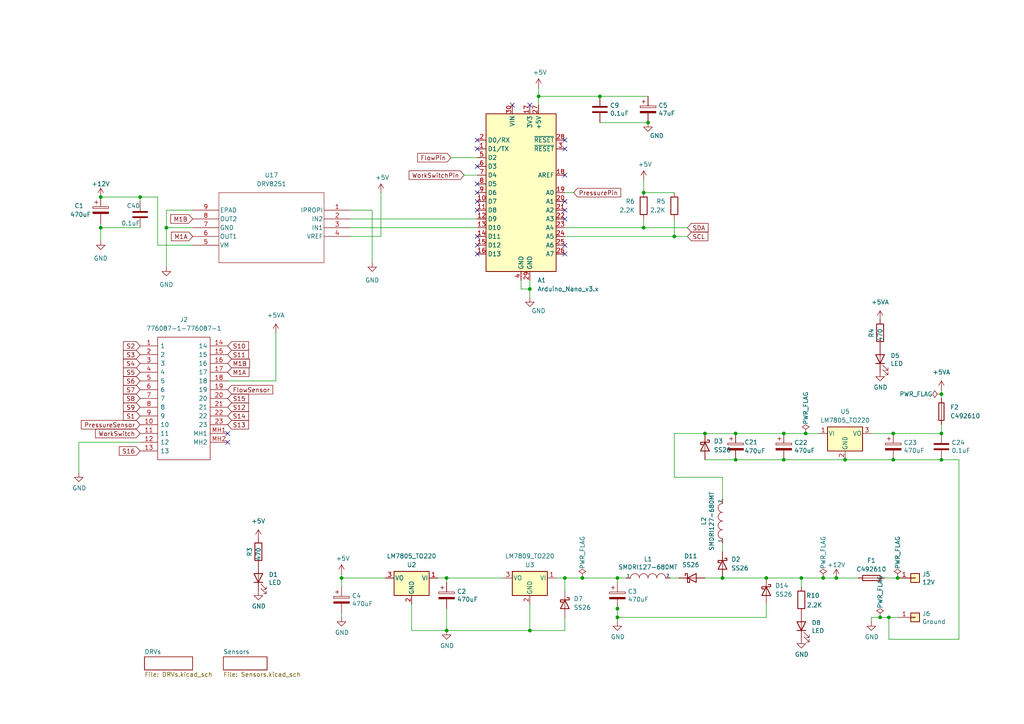
<source format=kicad_sch>
(kicad_sch (version 20231120) (generator "eeschema") (generator_version "8.0")
  (paper "A4")
  (title_block (title "NanoSprayLinear") (date "2024-11-05"))
  (lib_symbols
    (symbol "Diode:SS26" (pin_numbers hide) (pin_names (offset 1.016) hide)
      (property "Reference" "D" (at 0 2.54 0))
      (property "Value" "SS26" (at 0 -2.54 0))
      (symbol "SS26_0_1"
        (polyline (pts (xy 1.27 0) (xy -1.27 0)))
        (polyline (pts (xy 1.27 1.27) (xy 1.27 -1.27) (xy -1.27 0) (xy 1.27 1.27)) (stroke (width 0.254)))
        (polyline (pts (xy -1.905 0.635) (xy -1.905 1.27) (xy -1.27 1.27) (xy -1.27 -1.27) (xy -0.635 -1.27) (xy -0.635 -0.635)) (stroke (width 0.254)))
      )
      (symbol "SS26_1_1"
        (pin passive line (at -3.81 0 0) (length 2.54) (name "K") (number "1"))
        (pin passive line (at 3.81 0 180) (length 2.54) (name "A") (number "2"))
      )
    )
    (symbol "MCU_Module:Arduino_Nano_v3.x"
      (property "Reference" "A" (at -10.16 23.495 0))
      (property "Value" "Arduino_Nano_v3.x" (at 5.08 -24.13 0))
      (symbol "Arduino_Nano_v3.x_0_1"
        (rectangle (start -10.16 22.86) (end 10.16 -22.86) (stroke (width 0.254)) (fill (type background)))
      )
      (symbol "Arduino_Nano_v3.x_1_1"
        (pin bidirectional line (at -12.7 12.7 0) (length 2.54) (name "D1/TX") (number "1"))
        (pin bidirectional line (at -12.7 -2.54 0) (length 2.54) (name "D7") (number "10"))
        (pin bidirectional line (at -12.7 -5.08 0) (length 2.54) (name "D8") (number "11"))
        (pin bidirectional line (at -12.7 -7.62 0) (length 2.54) (name "D9") (number "12"))
        (pin bidirectional line (at -12.7 -10.16 0) (length 2.54) (name "D10") (number "13"))
        (pin bidirectional line (at -12.7 -12.7 0) (length 2.54) (name "D11") (number "14"))
        (pin bidirectional line (at -12.7 -15.24 0) (length 2.54) (name "D12") (number "15"))
        (pin bidirectional line (at -12.7 -17.78 0) (length 2.54) (name "D13") (number "16"))
        (pin power_out line (at 2.54 25.4 270) (length 2.54) (name "3V3") (number "17"))
        (pin input line (at 12.7 5.08 180) (length 2.54) (name "AREF") (number "18"))
        (pin bidirectional line (at 12.7 0 180) (length 2.54) (name "A0") (number "19"))
        (pin bidirectional line (at -12.7 15.24 0) (length 2.54) (name "D0/RX") (number "2"))
        (pin bidirectional line (at 12.7 -2.54 180) (length 2.54) (name "A1") (number "20"))
        (pin bidirectional line (at 12.7 -5.08 180) (length 2.54) (name "A2") (number "21"))
        (pin bidirectional line (at 12.7 -7.62 180) (length 2.54) (name "A3") (number "22"))
        (pin bidirectional line (at 12.7 -10.16 180) (length 2.54) (name "A4") (number "23"))
        (pin bidirectional line (at 12.7 -12.7 180) (length 2.54) (name "A5") (number "24"))
        (pin bidirectional line (at 12.7 -15.24 180) (length 2.54) (name "A6") (number "25"))
        (pin bidirectional line (at 12.7 -17.78 180) (length 2.54) (name "A7") (number "26"))
        (pin power_out line (at 5.08 25.4 270) (length 2.54) (name "+5V") (number "27"))
        (pin input line (at 12.7 15.24 180) (length 2.54) (name "~{RESET}") (number "28"))
        (pin power_in line (at 2.54 -25.4 90) (length 2.54) (name "GND") (number "29"))
        (pin input line (at 12.7 12.7 180) (length 2.54) (name "~{RESET}") (number "3"))
        (pin power_in line (at -2.54 25.4 270) (length 2.54) (name "VIN") (number "30"))
        (pin power_in line (at 0 -25.4 90) (length 2.54) (name "GND") (number "4"))
        (pin bidirectional line (at -12.7 10.16 0) (length 2.54) (name "D2") (number "5"))
        (pin bidirectional line (at -12.7 7.62 0) (length 2.54) (name "D3") (number "6"))
        (pin bidirectional line (at -12.7 5.08 0) (length 2.54) (name "D4") (number "7"))
        (pin bidirectional line (at -12.7 2.54 0) (length 2.54) (name "D5") (number "8"))
        (pin bidirectional line (at -12.7 0 0) (length 2.54) (name "D6") (number "9"))
      )
    )
    (symbol "RC17Symbols:776087-1-776087-1" (pin_names (offset 0.762))
      (property "Reference" "J" (at 21.59 7.62 0))
      (property "Value" "776087-1-776087-1" (at 21.59 5.08 0))
      (symbol "776087-1-776087-1_0_0"
        (pin passive line (at 0 0 0) (length 5.08) (name "1") (number "1"))
        (pin passive line (at 0 -22.86 0) (length 5.08) (name "10") (number "10"))
        (pin passive line (at 0 -25.4 0) (length 5.08) (name "11") (number "11"))
        (pin passive line (at 0 -27.94 0) (length 5.08) (name "12") (number "12"))
        (pin passive line (at 0 -30.48 0) (length 5.08) (name "13") (number "13"))
        (pin passive line (at 25.4 0 180) (length 5.08) (name "14") (number "14"))
        (pin passive line (at 25.4 -2.54 180) (length 5.08) (name "15") (number "15"))
        (pin passive line (at 25.4 -5.08 180) (length 5.08) (name "16") (number "16"))
        (pin passive line (at 25.4 -7.62 180) (length 5.08) (name "17") (number "17"))
        (pin passive line (at 25.4 -10.16 180) (length 5.08) (name "18") (number "18"))
        (pin passive line (at 25.4 -12.7 180) (length 5.08) (name "19") (number "19"))
        (pin passive line (at 0 -2.54 0) (length 5.08) (name "2") (number "2"))
        (pin passive line (at 25.4 -15.24 180) (length 5.08) (name "20") (number "20"))
        (pin passive line (at 25.4 -17.78 180) (length 5.08) (name "21") (number "21"))
        (pin passive line (at 25.4 -20.32 180) (length 5.08) (name "22") (number "22"))
        (pin passive line (at 25.4 -22.86 180) (length 5.08) (name "23") (number "23"))
        (pin passive line (at 0 -5.08 0) (length 5.08) (name "3") (number "3"))
        (pin passive line (at 0 -7.62 0) (length 5.08) (name "4") (number "4"))
        (pin passive line (at 0 -10.16 0) (length 5.08) (name "5") (number "5"))
        (pin passive line (at 0 -12.7 0) (length 5.08) (name "6") (number "6"))
        (pin passive line (at 0 -15.24 0) (length 5.08) (name "7") (number "7"))
        (pin passive line (at 0 -17.78 0) (length 5.08) (name "8") (number "8"))
        (pin passive line (at 0 -20.32 0) (length 5.08) (name "9") (number "9"))
        (pin passive line (at 25.4 -25.4 180) (length 5.08) (name "MH1") (number "MH1"))
        (pin passive line (at 25.4 -27.94 180) (length 5.08) (name "MH2") (number "MH2"))
      )
      (symbol "776087-1-776087-1_0_1"
        (polyline (pts (xy 5.08 2.54) (xy 20.32 2.54) (xy 20.32 -33.02) (xy 5.08 -33.02) (xy 5.08 2.54)) (stroke (width 0.1524)))
      )
    )
    (symbol "RC17Symbols:C" (pin_numbers hide) (pin_names (offset 0.254))
      (property "Reference" "C" (at 0.635 2.54 0))
      (property "Value" "C" (at 0.635 -2.54 0))
      (symbol "C_0_1"
        (polyline (pts (xy -2.032 -0.762) (xy 2.032 -0.762)) (stroke (width 0.508)))
        (polyline (pts (xy -2.032 0.762) (xy 2.032 0.762)) (stroke (width 0.508)))
      )
      (symbol "C_1_1"
        (pin passive line (at 0 3.81 270) (length 2.794) (name "~") (number "1"))
        (pin passive line (at 0 -3.81 90) (length 2.794) (name "~") (number "2"))
      )
    )
    (symbol "RC17Symbols:C_Polarized" (pin_numbers hide) (pin_names (offset 0.254))
      (property "Reference" "C" (at 0.635 2.54 0))
      (property "Value" "C_Polarized" (at 0.635 -2.54 0))
      (symbol "C_Polarized_0_1"
        (rectangle (start -2.286 0.508) (end 2.286 1.016))
        (polyline (pts (xy -1.778 2.286) (xy -0.762 2.286)))
        (polyline (pts (xy -1.27 2.794) (xy -1.27 1.778)))
        (rectangle (start 2.286 -0.508) (end -2.286 -1.016) (fill (type outline)))
      )
      (symbol "C_Polarized_1_1"
        (pin passive line (at 0 3.81 270) (length 2.794) (name "~") (number "1"))
        (pin passive line (at 0 -3.81 90) (length 2.794) (name "~") (number "2"))
      )
    )
    (symbol "RC17Symbols:Conn_01x01" (pin_names (offset 1.016) hide)
      (property "Reference" "J" (at 0 2.54 0))
      (property "Value" "Conn_01x01" (at 0 -2.54 0))
      (symbol "Conn_01x01_1_1"
        (rectangle (start -1.27 0.127) (end 0 -0.127) (stroke (width 0.1524)))
        (rectangle (start -1.27 1.27) (end 1.27 -1.27) (stroke (width 0.254)) (fill (type background)))
        (pin passive line (at -5.08 0 0) (length 3.81) (name "Pin_1") (number "1"))
      )
    )
    (symbol "RC17Symbols:DRV8251ADDAR" (pin_names (offset 0.254))
      (property "Reference" "U" (at 22.86 10.16 0))
      (property "Value" "DRV8251ADDAR" (at 22.86 7.62 0))
      (symbol "DRV8251ADDAR_0_1"
        (polyline (pts (xy 7.62 -15.24) (xy 38.1 -15.24)) (stroke (width 0.127)))
        (polyline (pts (xy 7.62 5.08) (xy 7.62 -15.24)) (stroke (width 0.127)))
        (polyline (pts (xy 38.1 -15.24) (xy 38.1 5.08)) (stroke (width 0.127)))
        (polyline (pts (xy 38.1 5.08) (xy 7.62 5.08)) (stroke (width 0.127)))
        (pin passive line (at 0 0 0) (length 7.62) (name "IPROPI") (number "1"))
        (pin passive line (at 0 -2.54 0) (length 7.62) (name "IN2") (number "2"))
        (pin passive line (at 0 -5.08 0) (length 7.62) (name "IN1") (number "3"))
        (pin passive line (at 0 -7.62 0) (length 7.62) (name "VREF") (number "4"))
        (pin passive line (at 45.72 -10.16 180) (length 7.62) (name "VM") (number "5"))
        (pin passive line (at 45.72 -7.62 180) (length 7.62) (name "OUT1") (number "6"))
        (pin passive line (at 45.72 -5.08 180) (length 7.62) (name "GND") (number "7"))
        (pin passive line (at 45.72 -2.54 180) (length 7.62) (name "OUT2") (number "8"))
        (pin passive line (at 45.72 0 180) (length 7.62) (name "EPAD") (number "9"))
      )
    )
    (symbol "RC17Symbols:Fuse" (pin_numbers hide) (pin_names (offset 0))
      (property "Reference" "F" (at 2.032 0 90))
      (property "Value" "Fuse" (at -1.905 0 90))
      (symbol "Fuse_0_1"
        (rectangle (start -0.762 -2.54) (end 0.762 2.54) (stroke (width 0.254)))
        (polyline (pts (xy 0 2.54) (xy 0 -2.54)))
      )
      (symbol "Fuse_1_1"
        (pin passive line (at 0 3.81 270) (length 1.27) (name "~") (number "1"))
        (pin passive line (at 0 -3.81 90) (length 1.27) (name "~") (number "2"))
      )
    )
    (symbol "RC17Symbols:INDUCTOR" (pin_numbers hide) (pin_names (offset 0))
      (property "Reference" "L1" (at 0 5.461 0))
      (property "Value" "SMDRI127-330MT" (at 0 3.1496 0))
      (symbol "INDUCTOR_0_1"
        (arc (start -2.54 0) (mid -3.81 1.2645) (end -5.08 0))
        (arc (start 0 0) (mid -1.27 1.2645) (end -2.54 0))
        (arc (start 2.54 0) (mid 1.27 1.2645) (end 0 0))
        (arc (start 5.08 0) (mid 3.81 1.2645) (end 2.54 0))
      )
      (symbol "INDUCTOR_1_1"
        (pin input line (at -6.35 0 0) (length 1.27) (name "1") (number "1"))
        (pin input line (at 6.35 0 180) (length 1.27) (name "2") (number "2"))
      )
    )
    (symbol "RC17Symbols:LED" (pin_numbers hide) (pin_names (offset 1.016) hide)
      (property "Reference" "D" (at 0 2.54 0))
      (property "Value" "LED" (at 0 -2.54 0))
      (symbol "LED_0_1"
        (polyline (pts (xy -1.27 -1.27) (xy -1.27 1.27)) (stroke (width 0.254)))
        (polyline (pts (xy -1.27 0) (xy 1.27 0)))
        (polyline (pts (xy 1.27 -1.27) (xy 1.27 1.27) (xy -1.27 0) (xy 1.27 -1.27)) (stroke (width 0.254)))
        (polyline (pts (xy -3.048 -0.762) (xy -4.572 -2.286) (xy -3.81 -2.286) (xy -4.572 -2.286) (xy -4.572 -1.524)))
        (polyline (pts (xy -1.778 -0.762) (xy -3.302 -2.286) (xy -2.54 -2.286) (xy -3.302 -2.286) (xy -3.302 -1.524)))
      )
      (symbol "LED_1_1"
        (pin passive line (at -3.81 0 0) (length 2.54) (name "K") (number "1"))
        (pin passive line (at 3.81 0 180) (length 2.54) (name "A") (number "2"))
      )
    )
    (symbol "RC17Symbols:LM7805_TO220" (pin_names (offset 0.254))
      (property "Reference" "U" (at -3.81 3.175 0))
      (property "Value" "LM7805_TO220" (at 0 3.175 0))
      (symbol "LM7805_TO220_0_1"
        (rectangle (start -5.08 1.905) (end 5.08 -5.08) (stroke (width 0.254)) (fill (type background)))
      )
      (symbol "LM7805_TO220_1_1"
        (pin power_in line (at -7.62 0 0) (length 2.54) (name "VI") (number "1"))
        (pin power_in line (at 0 -7.62 90) (length 2.54) (name "GND") (number "2"))
        (pin power_out line (at 7.62 0 180) (length 2.54) (name "VO") (number "3"))
      )
    )
    (symbol "RC17Symbols:R" (pin_numbers hide) (pin_names (offset 0))
      (property "Reference" "R" (at 2.032 0 90))
      (property "Value" "R" (at 0 0 90))
      (symbol "R_0_1"
        (rectangle (start -1.016 -2.54) (end 1.016 2.54) (stroke (width 0.254)))
      )
      (symbol "R_1_1"
        (pin passive line (at 0 3.81 270) (length 1.27) (name "~") (number "1"))
        (pin passive line (at 0 -3.81 90) (length 1.27) (name "~") (number "2"))
      )
    )
    (symbol "Regulator_Linear:LM7809_TO220" (pin_names (offset 0.254))
      (property "Reference" "U" (at -3.81 3.175 0))
      (property "Value" "LM7809_TO220" (at 0 3.175 0))
      (symbol "LM7809_TO220_0_1"
        (rectangle (start -5.08 1.905) (end 5.08 -5.08) (stroke (width 0.254)) (fill (type background)))
      )
      (symbol "LM7809_TO220_1_1"
        (pin power_in line (at -7.62 0 0) (length 2.54) (name "VI") (number "1"))
        (pin power_in line (at 0 -7.62 90) (length 2.54) (name "GND") (number "2"))
        (pin power_out line (at 7.62 0 180) (length 2.54) (name "VO") (number "3"))
      )
    )
    (symbol "power:+12V" (power) (pin_numbers hide) (pin_names (offset 0) hide)
      (property "Value" "+12V" (at 0 3.556 0))
      (symbol "+12V_0_1"
        (polyline (pts (xy -0.762 1.27) (xy 0 2.54)))
        (polyline (pts (xy 0 0) (xy 0 2.54)))
        (polyline (pts (xy 0 2.54) (xy 0.762 1.27)))
      )
      (symbol "+12V_1_1"
        (pin power_in line (at 0 0 90) (length 0) (name "~") (number "1"))
      )
    )
    (symbol "power:+5V" (power) (pin_numbers hide) (pin_names (offset 0) hide)
      (property "Value" "+5V" (at 0 3.556 0))
      (symbol "+5V_0_1"
        (polyline (pts (xy -0.762 1.27) (xy 0 2.54)))
        (polyline (pts (xy 0 0) (xy 0 2.54)))
        (polyline (pts (xy 0 2.54) (xy 0.762 1.27)))
      )
      (symbol "+5V_1_1"
        (pin power_in line (at 0 0 90) (length 0) (name "~") (number "1"))
      )
    )
    (symbol "power:+5VA" (power) (pin_numbers hide) (pin_names (offset 0) hide)
      (property "Value" "+5VA" (at 0 3.556 0))
      (symbol "+5VA_0_1"
        (polyline (pts (xy -0.762 1.27) (xy 0 2.54)))
        (polyline (pts (xy 0 0) (xy 0 2.54)))
        (polyline (pts (xy 0 2.54) (xy 0.762 1.27)))
      )
      (symbol "+5VA_1_1"
        (pin power_in line (at 0 0 90) (length 0) (name "~") (number "1"))
      )
    )
    (symbol "power:GND" (power) (pin_numbers hide) (pin_names (offset 0) hide)
      (property "Value" "GND" (at 0 -3.81 0))
      (symbol "GND_0_1"
        (polyline (pts (xy 0 0) (xy 0 -1.27) (xy 1.27 -1.27) (xy 0 -2.54) (xy -1.27 -1.27) (xy 0 -1.27)))
      )
      (symbol "GND_1_1"
        (pin power_in line (at 0 0 270) (length 0) (name "~") (number "1"))
      )
    )
    (symbol "power:PWR_FLAG" (power) (pin_numbers hide) (pin_names (offset 0) hide)
      (property "Value" "PWR_FLAG" (at 0 3.81 0))
      (symbol "PWR_FLAG_0_0"
        (pin power_out line (at 0 0 90) (length 0) (name "~") (number "1"))
      )
      (symbol "PWR_FLAG_0_1"
        (polyline (pts (xy 0 0) (xy 0 1.27) (xy -1.016 1.905) (xy 0 2.54) (xy 1.016 1.905) (xy 0 1.27)))
      )
    )
  )
  (junction (at 29.21 57.15))
  (junction (at 168.91 167.64))
  (junction (at 99.06 167.64))
  (junction (at 179.07 167.64))
  (junction (at 209.55 167.64))
  (junction (at 213.36 133.35))
  (junction (at 227.33 125.73))
  (junction (at 259.08 133.35))
  (junction (at 273.05 133.35))
  (junction (at 179.07 179.07))
  (junction (at 255.27 179.07))
  (junction (at 245.11 133.35))
  (junction (at 233.68 125.73))
  (junction (at 273.05 114.3))
  (junction (at 156.21 27.94))
  (junction (at 48.26 66.04))
  (junction (at 129.54 167.64))
  (junction (at 179.07 176.53))
  (junction (at 173.99 27.94))
  (junction (at 186.69 66.04))
  (junction (at 273.05 125.73))
  (junction (at 213.36 125.73))
  (junction (at 204.47 125.73))
  (junction (at 153.67 182.88))
  (junction (at 257.81 179.07))
  (junction (at 187.96 35.56))
  (junction (at 242.57 167.64))
  (junction (at 195.58 68.58))
  (junction (at 227.33 133.35))
  (junction (at 163.83 167.64))
  (junction (at 129.54 182.88))
  (junction (at 259.08 125.73))
  (junction (at 238.76 167.64))
  (junction (at 232.41 167.64))
  (junction (at 260.35 167.64))
  (junction (at 186.69 55.88))
  (junction (at 29.21 66.04))
  (junction (at 153.67 83.82))
  (junction (at 222.25 167.64))
  (junction (at 40.64 57.15))
  (no_connect (at 163.83 73.66))
  (no_connect (at 163.83 40.64))
  (no_connect (at 148.59 30.48))
  (no_connect (at 66.04 128.27))
  (no_connect (at 163.83 60.96))
  (no_connect (at 138.43 58.42))
  (no_connect (at 138.43 73.66))
  (no_connect (at 153.67 30.48))
  (no_connect (at 163.83 71.12))
  (no_connect (at 138.43 48.26))
  (no_connect (at 138.43 43.18))
  (no_connect (at 138.43 55.88))
  (no_connect (at 138.43 40.64))
  (no_connect (at 138.43 68.58))
  (no_connect (at 138.43 71.12))
  (no_connect (at 163.83 63.5))
  (no_connect (at 163.83 43.18))
  (no_connect (at 163.83 58.42))
  (no_connect (at 138.43 53.34))
  (no_connect (at 163.83 50.8))
  (no_connect (at 138.43 60.96))
  (no_connect (at 66.04 125.73))
  (wire (pts (xy 107.95 60.96) (xy 107.95 76.2)))
  (wire (pts (xy 213.36 125.73) (xy 227.33 125.73)))
  (wire (pts (xy 238.76 167.64) (xy 242.57 167.64)))
  (wire (pts (xy 134.62 50.8) (xy 138.43 50.8)))
  (wire (pts (xy 179.07 175.26) (xy 179.07 176.53)))
  (wire (pts (xy 153.67 81.28) (xy 153.67 83.82)))
  (wire (pts (xy 163.83 167.64) (xy 163.83 171.45)))
  (wire (pts (xy 186.69 63.5) (xy 186.69 66.04)))
  (wire (pts (xy 156.21 27.94) (xy 156.21 30.48)))
  (wire (pts (xy 163.83 179.07) (xy 163.83 182.88)))
  (wire (pts (xy 195.58 55.88) (xy 186.69 55.88)))
  (wire (pts (xy 80.01 110.49) (xy 80.01 96.52)))
  (wire (pts (xy 151.13 81.28) (xy 151.13 83.82)))
  (wire (pts (xy 195.58 125.73) (xy 204.47 125.73)))
  (wire (pts (xy 161.29 167.64) (xy 163.83 167.64)))
  (wire (pts (xy 204.47 133.35) (xy 213.36 133.35)))
  (wire (pts (xy 119.38 175.26) (xy 119.38 182.88)))
  (wire (pts (xy 40.64 57.15) (xy 45.72 57.15)))
  (wire (pts (xy 129.54 167.64) (xy 129.54 168.91)))
  (wire (pts (xy 222.25 175.26) (xy 222.25 179.07)))
  (wire (pts (xy 163.83 55.88) (xy 166.37 55.88)))
  (wire (pts (xy 273.05 133.35) (xy 278.13 133.35)))
  (wire (pts (xy 195.58 68.58) (xy 163.83 68.58)))
  (wire (pts (xy 129.54 167.64) (xy 146.05 167.64)))
  (wire (pts (xy 273.05 114.3) (xy 273.05 115.57)))
  (wire (pts (xy 153.67 83.82) (xy 153.67 86.36)))
  (wire (pts (xy 101.6 60.96) (xy 107.95 60.96)))
  (wire (pts (xy 101.6 66.04) (xy 138.43 66.04)))
  (wire (pts (xy 29.21 57.15) (xy 40.64 57.15)))
  (wire (pts (xy 260.35 179.07) (xy 257.81 179.07)))
  (wire (pts (xy 45.72 57.15) (xy 45.72 71.12)))
  (wire (pts (xy 99.06 167.64) (xy 111.76 167.64)))
  (wire (pts (xy 195.58 63.5) (xy 195.58 68.58)))
  (wire (pts (xy 48.26 60.96) (xy 48.26 66.04)))
  (wire (pts (xy 232.41 167.64) (xy 232.41 170.18)))
  (wire (pts (xy 257.81 179.07) (xy 255.27 179.07)))
  (wire (pts (xy 99.06 177.8) (xy 99.06 179.07)))
  (wire (pts (xy 199.39 68.58) (xy 195.58 68.58)))
  (wire (pts (xy 259.08 125.73) (xy 273.05 125.73)))
  (wire (pts (xy 151.13 83.82) (xy 153.67 83.82)))
  (wire (pts (xy 130.81 45.72) (xy 138.43 45.72)))
  (wire (pts (xy 29.21 69.85) (xy 29.21 66.04)))
  (wire (pts (xy 222.25 179.07) (xy 179.07 179.07)))
  (wire (pts (xy 227.33 125.73) (xy 233.68 125.73)))
  (wire (pts (xy 252.73 125.73) (xy 259.08 125.73)))
  (wire (pts (xy 66.04 110.49) (xy 80.01 110.49)))
  (wire (pts (xy 127 167.64) (xy 129.54 167.64)))
  (wire (pts (xy 40.64 57.15) (xy 40.64 58.42)))
  (wire (pts (xy 101.6 68.58) (xy 110.49 68.58)))
  (wire (pts (xy 194.31 167.64) (xy 196.85 167.64)))
  (wire (pts (xy 222.25 167.64) (xy 232.41 167.64)))
  (wire (pts (xy 153.67 182.88) (xy 163.83 182.88)))
  (wire (pts (xy 278.13 133.35) (xy 278.13 185.42)))
  (wire (pts (xy 186.69 66.04) (xy 163.83 66.04)))
  (wire (pts (xy 110.49 68.58) (xy 110.49 55.88)))
  (wire (pts (xy 129.54 182.88) (xy 153.67 182.88)))
  (wire (pts (xy 186.69 52.07) (xy 186.69 55.88)))
  (wire (pts (xy 129.54 176.53) (xy 129.54 182.88)))
  (wire (pts (xy 179.07 176.53) (xy 179.07 179.07)))
  (wire (pts (xy 204.47 125.73) (xy 213.36 125.73)))
  (wire (pts (xy 99.06 167.64) (xy 99.06 170.18)))
  (wire (pts (xy 101.6 63.5) (xy 138.43 63.5)))
  (wire (pts (xy 55.88 60.96) (xy 48.26 60.96)))
  (wire (pts (xy 233.68 125.73) (xy 237.49 125.73)))
  (wire (pts (xy 227.33 133.35) (xy 245.11 133.35)))
  (wire (pts (xy 232.41 167.64) (xy 238.76 167.64)))
  (wire (pts (xy 55.88 71.12) (xy 45.72 71.12)))
  (wire (pts (xy 257.81 185.42) (xy 278.13 185.42)))
  (wire (pts (xy 273.05 113.03) (xy 273.05 114.3)))
  (wire (pts (xy 156.21 27.94) (xy 173.99 27.94)))
  (wire (pts (xy 259.08 133.35) (xy 273.05 133.35)))
  (wire (pts (xy 156.21 25.4) (xy 156.21 27.94)))
  (wire (pts (xy 173.99 27.94) (xy 187.96 27.94)))
  (wire (pts (xy 273.05 123.19) (xy 273.05 125.73)))
  (wire (pts (xy 40.64 66.04) (xy 29.21 66.04)))
  (wire (pts (xy 153.67 175.26) (xy 153.67 182.88)))
  (wire (pts (xy 209.55 167.64) (xy 222.25 167.64)))
  (wire (pts (xy 55.88 66.04) (xy 48.26 66.04)))
  (wire (pts (xy 257.81 179.07) (xy 257.81 185.42)))
  (wire (pts (xy 252.73 179.07) (xy 252.73 180.34)))
  (wire (pts (xy 173.99 35.56) (xy 187.96 35.56)))
  (wire (pts (xy 168.91 167.64) (xy 179.07 167.64)))
  (wire (pts (xy 29.21 66.04) (xy 29.21 64.77)))
  (wire (pts (xy 195.58 138.43) (xy 195.58 125.73)))
  (wire (pts (xy 242.57 167.64) (xy 248.92 167.64)))
  (wire (pts (xy 209.55 157.48) (xy 209.55 160.02)))
  (wire (pts (xy 245.11 133.35) (xy 259.08 133.35)))
  (wire (pts (xy 22.86 128.27) (xy 22.86 137.16)))
  (wire (pts (xy 119.38 182.88) (xy 129.54 182.88)))
  (wire (pts (xy 48.26 66.04) (xy 48.26 77.47)))
  (wire (pts (xy 256.54 167.64) (xy 260.35 167.64)))
  (wire (pts (xy 199.39 66.04) (xy 186.69 66.04)))
  (wire (pts (xy 204.47 167.64) (xy 209.55 167.64)))
  (wire (pts (xy 99.06 167.64) (xy 99.06 166.37)))
  (wire (pts (xy 163.83 167.64) (xy 168.91 167.64)))
  (wire (pts (xy 40.64 128.27) (xy 22.86 128.27)))
  (wire (pts (xy 255.27 179.07) (xy 252.73 179.07)))
  (wire (pts (xy 179.07 167.64) (xy 179.07 168.91)))
  (wire (pts (xy 209.55 144.78) (xy 209.55 138.43)))
  (wire (pts (xy 213.36 133.35) (xy 227.33 133.35)))
  (wire (pts (xy 209.55 138.43) (xy 195.58 138.43)))
  (wire (pts (xy 179.07 179.07) (xy 179.07 180.34)))
  (wire (pts (xy 179.07 167.64) (xy 181.61 167.64)))
  (global_label "PressurePin" (shape input) (at 166.37 55.88 0) (property "Intersheetrefs" "${INTERSHEET_REFS}" (effects (hide yes))))
  (global_label "FlowPin" (shape input) (at 130.81 45.72 180) (property "Intersheetrefs" "${INTERSHEET_REFS}" (effects (hide yes))))
  (global_label "S2" (shape input) (at 40.64 100.33 180) (property "Intersheetrefs" "${INTERSHEET_REFS}" (effects (hide yes))))
  (global_label "S15" (shape input) (at 66.04 115.57 0) (property "Intersheetrefs" "${INTERSHEET_REFS}" (effects (hide yes))))
  (global_label "S1" (shape input) (at 40.64 120.65 180) (property "Intersheetrefs" "${INTERSHEET_REFS}" (effects (hide yes))))
  (global_label "WorkSwitch" (shape input) (at 40.64 125.73 180) (property "Intersheetrefs" "${INTERSHEET_REFS}" (effects (hide yes))))
  (global_label "S11" (shape input) (at 66.04 102.87 0) (property "Intersheetrefs" "${INTERSHEET_REFS}" (effects (hide yes))))
  (global_label "SDA" (shape input) (at 199.39 66.04 0) (property "Intersheetrefs" "${INTERSHEET_REFS}" (effects (hide yes))))
  (global_label "S12" (shape input) (at 66.04 118.11 0) (property "Intersheetrefs" "${INTERSHEET_REFS}" (effects (hide yes))))
  (global_label "S13" (shape input) (at 66.04 123.19 0) (property "Intersheetrefs" "${INTERSHEET_REFS}" (effects (hide yes))))
  (global_label "M1B" (shape input) (at 55.88 63.5 180) (property "Intersheetrefs" "${INTERSHEET_REFS}" (effects (hide yes))))
  (global_label "S8" (shape input) (at 40.64 115.57 180) (property "Intersheetrefs" "${INTERSHEET_REFS}" (effects (hide yes))))
  (global_label "S10" (shape input) (at 66.04 100.33 0) (property "Intersheetrefs" "${INTERSHEET_REFS}" (effects (hide yes))))
  (global_label "S14" (shape input) (at 66.04 120.65 0) (property "Intersheetrefs" "${INTERSHEET_REFS}" (effects (hide yes))))
  (global_label "FlowSensor" (shape input) (at 66.04 113.03 0) (property "Intersheetrefs" "${INTERSHEET_REFS}" (effects (hide yes))))
  (global_label "WorkSwitchPin" (shape input) (at 134.62 50.8 180) (property "Intersheetrefs" "${INTERSHEET_REFS}" (effects (hide yes))))
  (global_label "S16" (shape input) (at 40.64 130.81 180) (property "Intersheetrefs" "${INTERSHEET_REFS}" (effects (hide yes))))
  (global_label "S9" (shape input) (at 40.64 118.11 180) (property "Intersheetrefs" "${INTERSHEET_REFS}" (effects (hide yes))))
  (global_label "S4" (shape input) (at 40.64 105.41 180) (property "Intersheetrefs" "${INTERSHEET_REFS}" (effects (hide yes))))
  (global_label "S6" (shape input) (at 40.64 110.49 180) (property "Intersheetrefs" "${INTERSHEET_REFS}" (effects (hide yes))))
  (global_label "SCL" (shape input) (at 199.39 68.58 0) (property "Intersheetrefs" "${INTERSHEET_REFS}" (effects (hide yes))))
  (global_label "S3" (shape input) (at 40.64 102.87 180) (property "Intersheetrefs" "${INTERSHEET_REFS}" (effects (hide yes))))
  (global_label "PressureSensor" (shape input) (at 40.64 123.19 180) (property "Intersheetrefs" "${INTERSHEET_REFS}" (effects (hide yes))))
  (global_label "S7" (shape input) (at 40.64 113.03 180) (property "Intersheetrefs" "${INTERSHEET_REFS}" (effects (hide yes))))
  (global_label "S5" (shape input) (at 40.64 107.95 180) (property "Intersheetrefs" "${INTERSHEET_REFS}" (effects (hide yes))))
  (global_label "M1A" (shape input) (at 66.04 107.95 0) (property "Intersheetrefs" "${INTERSHEET_REFS}" (effects (hide yes))))
  (global_label "M1A" (shape input) (at 55.88 68.58 180) (property "Intersheetrefs" "${INTERSHEET_REFS}" (effects (hide yes))))
  (global_label "M1B" (shape input) (at 66.04 105.41 0) (property "Intersheetrefs" "${INTERSHEET_REFS}" (effects (hide yes))))
  (symbol (lib_id "power:GND") (at 129.54 182.88 0) (unit 1)
    (property "Reference" "#PWR027" (effects (hide yes)))
    (property "Value" "GND" (at 129.667 187.2742 0))
    (property "Description" "Power symbol creates a global label with name \"GND\" , ground" (effects (hide yes)))
  )
  (symbol (lib_id "Diode:SS26") (at 204.47 129.54 270) (unit 1)
    (property "Reference" "D3" (at 207.01 127.9524 90) (effects (justify left)))
    (property "Value" "SS26" (at 207.01 130.4924 90) (effects (justify left)))
    (property "Footprint" "Diode_SMD:D_SMA" (effects (hide yes)))
    (property "Datasheet" "https://www.vishay.com/docs/88748/ss22.pdf" (effects (hide yes)))
    (property "Description" "60V 2A Schottky Diode, SMA" (effects (hide yes)))
  )
  (symbol (lib_id "Regulator_Linear:LM7809_TO220") (at 153.67 167.64 0) (mirror y) (unit 1)
    (property "Reference" "U3" (at 153.67 163.83 0))
    (property "Value" "LM7809_TO220" (at 153.67 161.29 0))
    (property "Footprint" "Package_TO_SOT_THT:TO-220-3_Vertical" (effects (hide yes)))
    (property "Datasheet" "https://www.onsemi.cn/PowerSolutions/document/MC7800-D.PDF" (effects (hide yes)))
    (property "Description" "Positive 1A 35V Linear Regulator, Fixed Output 9V, TO-220" (effects (hide yes)))
  )
  (symbol (lib_id "power:PWR_FLAG") (at 233.68 125.73 0) (unit 1)
    (property "Reference" "#FLG02" (effects (hide yes)))
    (property "Value" "PWR_FLAG" (at 233.68 123.19 90) (effects (justify left)))
    (property "Description" "Special symbol for telling ERC where power comes from" (effects (hide yes)))
  )
  (symbol (lib_id "RC17Symbols:C_Polarized") (at 129.54 172.72 0) (unit 1)
    (property "Reference" "C2" (at 132.5372 171.5516 0) (effects (justify left)))
    (property "Value" "470uF" (at 132.5372 173.863 0) (effects (justify left)))
    (property "Footprint" "Capacitor_SMD:CP_Elec_10x10.5" (effects (hide yes)))
  )
  (symbol (lib_id "power:PWR_FLAG") (at 255.27 179.07 0) (unit 1)
    (property "Reference" "#FLG05" (effects (hide yes)))
    (property "Value" "PWR_FLAG" (at 255.27 176.53 90) (effects (justify left)))
    (property "Description" "Special symbol for telling ERC where power comes from" (effects (hide yes)))
  )
  (symbol (lib_id "RC17Symbols:R") (at 255.27 96.52 180) (unit 1)
    (property "Reference" "R4" (at 252.73 95.25 90) (effects (justify left)))
    (property "Value" "470" (at 255.27 95.25 90) (effects (justify left)))
    (property "Footprint" "Resistor_SMD:R_0603_1608Metric" (effects (hide yes)))
  )
  (symbol (lib_id "power:GND") (at 48.26 77.47 0) (mirror y) (unit 1)
    (property "Reference" "#PWR094" (effects (hide yes)))
    (property "Value" "GND" (at 48.26 82.55 0))
    (property "Description" "Power symbol creates a global label with name \"GND\" , ground" (effects (hide yes)))
  )
  (symbol (lib_id "RC17Symbols:Fuse") (at 273.05 119.38 0) (unit 1)
    (property "Reference" "F2" (at 275.59 118.11 0) (effects (justify left)))
    (property "Value" "C492610" (at 275.59 120.65 0) (effects (justify left)))
    (property "Footprint" "RC17Footprints:Fuse_Holder_C492610" (effects (hide yes)))
  )
  (symbol (lib_id "RC17Symbols:R") (at 186.69 59.69 0) (mirror y) (unit 1)
    (property "Reference" "R6" (at 184.15 58.4199 0) (effects (justify left)))
    (property "Value" "2.2K" (at 184.15 60.9599 0) (effects (justify left)))
    (property "Footprint" "Resistor_SMD:R_0603_1608Metric" (effects (hide yes)))
  )
  (symbol (lib_id "Diode:SS26") (at 222.25 171.45 270) (unit 1)
    (property "Reference" "D14" (at 224.79 169.8624 90) (effects (justify left)))
    (property "Value" "SS26" (at 224.79 172.4024 90) (effects (justify left)))
    (property "Footprint" "Diode_SMD:D_SMA" (effects (hide yes)))
    (property "Datasheet" "https://www.vishay.com/docs/88748/ss22.pdf" (effects (hide yes)))
    (property "Description" "60V 2A Schottky Diode, SMA" (effects (hide yes)))
  )
  (symbol (lib_id "RC17Symbols:R") (at 195.58 59.69 0) (mirror y) (unit 1)
    (property "Reference" "R5" (at 193.04 58.4199 0) (effects (justify left)))
    (property "Value" "2.2K" (at 193.04 60.9599 0) (effects (justify left)))
    (property "Footprint" "Resistor_SMD:R_0603_1608Metric" (effects (hide yes)))
  )
  (symbol (lib_id "power:+12V") (at 29.21 57.15 0) (mirror y) (unit 1)
    (property "Reference" "#PWR095" (effects (hide yes)))
    (property "Value" "+12V" (at 29.21 53.34 0))
    (property "Description" "Power symbol creates a global label with name \"+12V\"" (effects (hide yes)))
  )
  (symbol (lib_id "power:GND") (at 252.73 180.34 0) (unit 1)
    (property "Reference" "#PWR022" (effects (hide yes)))
    (property "Value" "GND" (at 252.857 184.7342 0))
    (property "Description" "Power symbol creates a global label with name \"GND\" , ground" (effects (hide yes)))
  )
  (symbol (lib_id "RC17Symbols:C") (at 40.64 62.23 0) (mirror y) (unit 1)
    (property "Reference" "C40" (at 40.64 59.69 0) (effects (justify left)))
    (property "Value" "0.1uF" (at 40.64 64.77 0) (effects (justify left)))
    (property "Footprint" "Capacitor_SMD:C_0603_1608Metric" (effects (hide yes)))
  )
  (symbol (lib_id "power:PWR_FLAG") (at 260.35 167.64 0) (unit 1)
    (property "Reference" "#FLG03" (effects (hide yes)))
    (property "Value" "PWR_FLAG" (at 260.35 165.1 90) (effects (justify left)))
    (property "Description" "Special symbol for telling ERC where power comes from" (effects (hide yes)))
  )
  (symbol (lib_id "power:+5VA") (at 255.27 92.71 0) (unit 1)
    (property "Reference" "#PWR020" (effects (hide yes)))
    (property "Value" "+5VA" (at 255.27 87.63 0))
    (property "Description" "Power symbol creates a global label with name \"+5VA\"" (effects (hide yes)))
  )
  (symbol (lib_id "RC17Symbols:Fuse") (at 252.73 167.64 90) (unit 1)
    (property "Reference" "F1" (at 252.73 162.56 90))
    (property "Value" "C492610" (at 252.73 165.1 90))
    (property "Footprint" "RC17Footprints:Fuse_Holder_C492610" (effects (hide yes)))
  )
  (symbol (lib_id "RC17Symbols:DRV8251ADDAR") (at 101.6 60.96 0) (mirror y) (unit 1)
    (property "Reference" "U17" (at 78.74 50.8 0))
    (property "Value" "DRV8251" (at 78.74 53.34 0))
    (property "Footprint" "RC17Footprints:DRV8251ADDR" (effects (hide yes)))
    (property "Datasheet" "DRV8251ADDAR" (effects (hide yes)))
  )
  (symbol (lib_id "power:PWR_FLAG") (at 238.76 167.64 0) (unit 1)
    (property "Reference" "#FLG01" (effects (hide yes)))
    (property "Value" "PWR_FLAG" (at 238.76 165.1 90) (effects (justify left)))
    (property "Description" "Special symbol for telling ERC where power comes from" (effects (hide yes)))
  )
  (symbol (lib_id "power:GND") (at 179.07 180.34 0) (unit 1)
    (property "Reference" "#PWR033" (effects (hide yes)))
    (property "Value" "GND" (at 179.197 184.7342 0))
    (property "Description" "Power symbol creates a global label with name \"GND\" , ground" (effects (hide yes)))
  )
  (symbol (lib_id "Diode:SS26") (at 163.83 175.26 270) (unit 1)
    (property "Reference" "D7" (at 166.37 173.6724 90) (effects (justify left)))
    (property "Value" "SS26" (at 166.37 176.2124 90) (effects (justify left)))
    (property "Footprint" "Diode_SMD:D_SMA" (effects (hide yes)))
    (property "Datasheet" "https://www.vishay.com/docs/88748/ss22.pdf" (effects (hide yes)))
    (property "Description" "60V 2A Schottky Diode, SMA" (effects (hide yes)))
  )
  (symbol (lib_id "power:+5VA") (at 80.01 96.52 0) (unit 1)
    (property "Reference" "#PWR012" (effects (hide yes)))
    (property "Value" "+5VA" (at 80.01 91.44 0))
    (property "Description" "Power symbol creates a global label with name \"+5VA\"" (effects (hide yes)))
  )
  (symbol (lib_id "Diode:SS26") (at 209.55 163.83 270) (unit 1)
    (property "Reference" "D2" (at 212.09 162.2424 90) (effects (justify left)))
    (property "Value" "SS26" (at 212.09 164.7824 90) (effects (justify left)))
    (property "Footprint" "Diode_SMD:D_SMA" (effects (hide yes)))
    (property "Datasheet" "https://www.vishay.com/docs/88748/ss22.pdf" (effects (hide yes)))
    (property "Description" "60V 2A Schottky Diode, SMA" (effects (hide yes)))
  )
  (symbol (lib_id "power:+5V") (at 156.21 25.4 0) (unit 1)
    (property "Reference" "#PWR03" (effects (hide yes)))
    (property "Value" "+5V" (at 156.591 21.0058 0))
    (property "Description" "Power symbol creates a global label with name \"+5V\"" (effects (hide yes)))
  )
  (symbol (lib_id "power:GND") (at 255.27 107.95 0) (unit 1)
    (property "Reference" "#PWR024" (effects (hide yes)))
    (property "Value" "GND" (at 255.397 112.3442 0))
    (property "Description" "Power symbol creates a global label with name \"GND\" , ground" (effects (hide yes)))
  )
  (symbol (lib_id "RC17Symbols:LED") (at 74.93 167.64 90) (unit 1)
    (property "Reference" "D1" (at 77.9272 166.6494 90) (effects (justify right)))
    (property "Value" "LED" (at 77.9272 168.9608 90) (effects (justify right)))
    (property "Footprint" "LED_SMD:LED_0603_1608Metric" (effects (hide yes)))
  )
  (symbol (lib_id "RC17Symbols:C_Polarized") (at 227.33 129.54 0) (unit 1)
    (property "Reference" "C22" (at 230.3272 128.3716 0) (effects (justify left)))
    (property "Value" "470uF" (at 230.3272 130.683 0) (effects (justify left)))
    (property "Footprint" "Capacitor_SMD:CP_Elec_10x10.5" (effects (hide yes)))
  )
  (symbol (lib_id "power:GND") (at 232.41 185.42 0) (unit 1)
    (property "Reference" "#PWR038" (effects (hide yes)))
    (property "Value" "GND" (at 232.537 189.8142 0))
    (property "Description" "Power symbol creates a global label with name \"GND\" , ground" (effects (hide yes)))
  )
  (symbol (lib_id "power:GND") (at 22.86 137.16 0) (unit 1)
    (property "Reference" "#PWR015" (effects (hide yes)))
    (property "Value" "GND" (at 22.987 141.5542 0))
    (property "Description" "Power symbol creates a global label with name \"GND\" , ground" (effects (hide yes)))
  )
  (symbol (lib_id "power:+5V") (at 74.93 156.21 0) (unit 1)
    (property "Reference" "#PWR018" (effects (hide yes)))
    (property "Value" "+5V" (at 74.93 151.13 0))
    (property "Description" "Power symbol creates a global label with name \"+5V\"" (effects (hide yes)))
  )
  (symbol (lib_id "power:GND") (at 153.67 86.36 0) (unit 1)
    (property "Reference" "#PWR0105" (effects (hide yes)))
    (property "Value" "GND" (at 156.21 90.17 0))
    (property "Description" "Power symbol creates a global label with name \"GND\" , ground" (effects (hide yes)))
  )
  (symbol (lib_id "power:PWR_FLAG") (at 273.05 114.3 90) (unit 1)
    (property "Reference" "#FLG06" (effects (hide yes)))
    (property "Value" "PWR_FLAG" (at 270.51 114.3 90) (effects (justify left)))
    (property "Description" "Special symbol for telling ERC where power comes from" (effects (hide yes)))
  )
  (symbol (lib_id "power:+5VA") (at 273.05 113.03 0) (unit 1)
    (property "Reference" "#PWR045" (effects (hide yes)))
    (property "Value" "+5VA" (at 273.05 107.95 0))
    (property "Description" "Power symbol creates a global label with name \"+5VA\"" (effects (hide yes)))
  )
  (symbol (lib_id "RC17Symbols:C_Polarized") (at 259.08 129.54 0) (unit 1)
    (property "Reference" "C23" (at 262.0772 128.3716 0) (effects (justify left)))
    (property "Value" "470uF" (at 262.0772 130.683 0) (effects (justify left)))
    (property "Footprint" "Capacitor_SMD:CP_Elec_10x10.5" (effects (hide yes)))
  )
  (symbol (lib_id "power:GND") (at 187.96 35.56 0) (unit 1)
    (property "Reference" "#PWR036" (effects (hide yes)))
    (property "Value" "GND" (at 190.5 39.37 0))
    (property "Description" "Power symbol creates a global label with name \"GND\" , ground" (effects (hide yes)))
  )
  (symbol (lib_id "MCU_Module:Arduino_Nano_v3.x") (at 151.13 55.88 0) (unit 1) (in_bom no)
    (property "Reference" "A1" (at 155.8641 81.28 0) (effects (justify left)))
    (property "Value" "Arduino_Nano_v3.x" (at 155.8641 83.82 0) (effects (justify left)))
    (property "Footprint" "Module:Arduino_Nano" (effects (hide yes)))
    (property "Datasheet" "http://www.mouser.com/pdfdocs/Gravitech_Arduino_Nano3_0.pdf" (effects (hide yes)))
    (property "Description" "Arduino Nano v3.x" (effects (hide yes)))
  )
  (symbol (lib_id "power:GND") (at 99.06 179.07 0) (unit 1)
    (property "Reference" "#PWR029" (effects (hide yes)))
    (property "Value" "GND" (at 99.187 183.4642 0))
    (property "Description" "Power symbol creates a global label with name \"GND\" , ground" (effects (hide yes)))
  )
  (symbol (lib_id "RC17Symbols:C_Polarized") (at 99.06 173.99 0) (unit 1)
    (property "Reference" "C4" (at 102.0572 172.8216 0) (effects (justify left)))
    (property "Value" "470uF" (at 102.0572 175.133 0) (effects (justify left)))
    (property "Footprint" "Capacitor_SMD:CP_Elec_10x10.5" (effects (hide yes)))
  )
  (symbol (lib_id "RC17Symbols:LM7805_TO220") (at 245.11 125.73 0) (unit 1)
    (property "Reference" "U5" (at 245.11 119.38 0))
    (property "Value" "LM7805_TO220" (at 245.11 121.92 0))
    (property "Footprint" "Package_TO_SOT_THT:TO-220-3_Vertical" (effects (hide yes)))
    (property "Datasheet" "https://www.onsemi.cn/PowerSolutions/document/MC7800-D.PDF" (effects (hide yes)))
  )
  (symbol (lib_id "power:GND") (at 29.21 69.85 0) (mirror y) (unit 1)
    (property "Reference" "#PWR096" (effects (hide yes)))
    (property "Value" "GND" (at 29.21 74.93 0))
    (property "Description" "Power symbol creates a global label with name \"GND\" , ground" (effects (hide yes)))
  )
  (symbol (lib_id "RC17Symbols:C_Polarized") (at 179.07 172.72 0) (unit 1)
    (property "Reference" "C3" (at 182.0672 171.5516 0) (effects (justify left)))
    (property "Value" "470uF" (at 182.0672 173.863 0) (effects (justify left)))
    (property "Footprint" "Capacitor_SMD:CP_Elec_10x10.5" (effects (hide yes)))
  )
  (symbol (lib_id "power:+5V") (at 99.06 166.37 0) (unit 1)
    (property "Reference" "#PWR042" (effects (hide yes)))
    (property "Value" "+5V" (at 99.441 161.9758 0))
    (property "Description" "Power symbol creates a global label with name \"+5V\"" (effects (hide yes)))
  )
  (symbol (lib_id "power:+12V") (at 242.57 167.64 0) (unit 1)
    (property "Reference" "#PWR02" (effects (hide yes)))
    (property "Value" "+12V" (at 242.57 163.83 0))
    (property "Description" "Power symbol creates a global label with name \"+12V\"" (effects (hide yes)))
  )
  (symbol (lib_id "RC17Symbols:LED") (at 232.41 181.61 90) (unit 1)
    (property "Reference" "D8" (at 235.4072 180.6194 90) (effects (justify right)))
    (property "Value" "LED" (at 235.4072 182.9308 90) (effects (justify right)))
    (property "Footprint" "LED_SMD:LED_0603_1608Metric" (effects (hide yes)))
  )
  (symbol (lib_id "RC17Symbols:C_Polarized") (at 213.36 129.54 0) (unit 1)
    (property "Reference" "C21" (at 215.9 128.27 0) (effects (justify left)))
    (property "Value" "470uF" (at 215.9 130.81 0) (effects (justify left)))
    (property "Footprint" "Capacitor_SMD:CP_Elec_10x10.5" (effects (hide yes)))
  )
  (symbol (lib_id "power:GND") (at 74.93 171.45 0) (unit 1)
    (property "Reference" "#PWR019" (effects (hide yes)))
    (property "Value" "GND" (at 75.057 175.8442 0))
    (property "Description" "Power symbol creates a global label with name \"GND\" , ground" (effects (hide yes)))
  )
  (symbol (lib_id "RC17Symbols:LED") (at 255.27 104.14 90) (unit 1)
    (property "Reference" "D5" (at 258.2672 103.1494 90) (effects (justify right)))
    (property "Value" "LED" (at 258.2672 105.4608 90) (effects (justify right)))
    (property "Footprint" "LED_SMD:LED_0603_1608Metric" (effects (hide yes)))
  )
  (symbol (lib_id "RC17Symbols:INDUCTOR") (at 187.96 167.64 0) (unit 1)
    (property "Reference" "L1" (at 187.96 162.179 0))
    (property "Value" "SMDRI127-680MT" (at 187.96 164.4904 0))
    (property "Footprint" "RC17Footprints:TMPA1265SP-101MN-D" (effects (hide yes)))
  )
  (symbol (lib_id "RC17Symbols:R") (at 74.93 160.02 180) (unit 1)
    (property "Reference" "R3" (at 72.39 158.75 90) (effects (justify left)))
    (property "Value" "470" (at 74.93 158.75 90) (effects (justify left)))
    (property "Footprint" "Resistor_SMD:R_0603_1608Metric" (effects (hide yes)))
  )
  (symbol (lib_id "RC17Symbols:C") (at 173.99 31.75 0) (unit 1)
    (property "Reference" "C9" (at 176.911 30.5816 0) (effects (justify left)))
    (property "Value" "0.1uF" (at 176.911 32.893 0) (effects (justify left)))
    (property "Footprint" "Capacitor_SMD:C_0603_1608Metric" (effects (hide yes)))
  )
  (symbol (lib_id "power:+5V") (at 110.49 55.88 0) (unit 1)
    (property "Reference" "#PWR04" (effects (hide yes)))
    (property "Value" "+5V" (at 110.871 51.4858 0))
    (property "Description" "Power symbol creates a global label with name \"+5V\"" (effects (hide yes)))
  )
  (symbol (lib_id "RC17Symbols:C") (at 273.05 129.54 0) (unit 1)
    (property "Reference" "C24" (at 275.971 128.3716 0) (effects (justify left)))
    (property "Value" "0.1uF" (at 275.971 130.683 0) (effects (justify left)))
    (property "Footprint" "Capacitor_SMD:C_0603_1608Metric" (effects (hide yes)))
  )
  (symbol (lib_id "RC17Symbols:R") (at 232.41 173.99 0) (mirror y) (unit 1)
    (property "Reference" "R10" (at 237.744 172.72 0) (effects (justify left)))
    (property "Value" "2.2K" (at 238.506 175.514 0) (effects (justify left)))
    (property "Footprint" "Resistor_SMD:R_0603_1608Metric" (effects (hide yes)))
  )
  (symbol (lib_id "power:GND") (at 107.95 76.2 0) (mirror y) (unit 1)
    (property "Reference" "#PWR093" (effects (hide yes)))
    (property "Value" "GND" (at 107.95 81.28 0))
    (property "Description" "Power symbol creates a global label with name \"GND\" , ground" (effects (hide yes)))
  )
  (symbol (lib_id "power:+5V") (at 186.69 52.07 0) (unit 1)
    (property "Reference" "#PWR05" (effects (hide yes)))
    (property "Value" "+5V" (at 187.071 47.6758 0))
    (property "Description" "Power symbol creates a global label with name \"+5V\"" (effects (hide yes)))
  )
  (symbol (lib_id "power:PWR_FLAG") (at 168.91 167.64 0) (unit 1)
    (property "Reference" "#FLG04" (effects (hide yes)))
    (property "Value" "PWR_FLAG" (at 168.91 165.1 90) (effects (justify left)))
    (property "Description" "Special symbol for telling ERC where power comes from" (effects (hide yes)))
  )
  (symbol (lib_id "RC17Symbols:INDUCTOR") (at 209.55 151.13 90) (unit 1)
    (property "Reference" "L2" (at 204.089 151.13 0))
    (property "Value" "SMDRI127-680MT" (at 206.4004 151.13 0))
    (property "Footprint" "RC17Footprints:TMPA1265SP-101MN-D" (effects (hide yes)))
  )
  (symbol (lib_id "Diode:SS26") (at 200.66 167.64 0) (unit 1)
    (property "Reference" "D11" (at 200.3425 161.29 0))
    (property "Value" "SS26" (at 200.3425 163.83 0))
    (property "Footprint" "Diode_SMD:D_SMA" (effects (hide yes)))
    (property "Datasheet" "https://www.vishay.com/docs/88748/ss22.pdf" (effects (hide yes)))
    (property "Description" "60V 2A Schottky Diode, SMA" (effects (hide yes)))
  )
  (symbol (lib_id "RC17Symbols:Conn_01x01") (at 265.43 179.07 0) (unit 1) (in_bom no)
    (property "Reference" "J6" (at 267.462 178.0032 0) (effects (justify left)))
    (property "Value" "Ground" (at 267.462 180.3146 0) (effects (justify left)))
    (property "Footprint" "RC17Footprints:PowerPin" (effects (hide yes)))
  )
  (symbol (lib_id "RC17Symbols:C_Polarized") (at 187.96 31.75 0) (unit 1)
    (property "Reference" "C5" (at 190.9572 30.5816 0) (effects (justify left)))
    (property "Value" "47uF" (at 190.9572 32.893 0) (effects (justify left)))
    (property "Footprint" "Capacitor_SMD:CP_Elec_6.3x5.4" (effects (hide yes)))
  )
  (symbol (lib_id "RC17Symbols:LM7805_TO220") (at 119.38 167.64 0) (mirror y) (unit 1)
    (property "Reference" "U2" (at 119.38 163.83 0))
    (property "Value" "LM7805_TO220" (at 119.38 161.29 0))
    (property "Footprint" "Package_TO_SOT_THT:TO-220-3_Vertical" (effects (hide yes)))
    (property "Datasheet" "https://www.onsemi.cn/PowerSolutions/document/MC7800-D.PDF" (effects (hide yes)))
  )
  (symbol (lib_id "RC17Symbols:C_Polarized") (at 29.21 60.96 0) (unit 1)
    (property "Reference" "C1" (at 21.59 59.69 0) (effects (justify left)))
    (property "Value" "470uF" (at 20.32 62.23 0) (effects (justify left)))
    (property "Footprint" "Capacitor_SMD:CP_Elec_10x10.5" (effects (hide yes)))
  )
  (symbol (lib_id "RC17Symbols:776087-1-776087-1") (at 40.64 100.33 0) (unit 1)
    (property "Reference" "J2" (at 53.34 92.71 0))
    (property "Value" "776087-1-776087-1" (at 53.34 95.25 0))
    (property "Footprint" "RC17Footprints:7760871" (effects (hide yes)))
    (property "Datasheet" "https://componentsearchengine.com/Datasheets/1/776087-1.pdf" (effects (hide yes)))
    (property "Description" "TE Connectivity AMPSEAL, 4mm Pitch, 23 Way, 3 Row, Right Angle PCB Header, Through Hole" (effects (hide yes)))
    (property "Height" "32.1" (effects (hide yes)))
    (property "Mouser Part Number" "571-776087-1" (effects (hide yes)))
    (property "Mouser Price/Stock" "https://www.mouser.co.uk/ProductDetail/TE-Connectivity/776087-1?qs=qXO2HHLAcoIjggUTPuCD9w%3D%3D" (effects (hide yes)))
    (property "Manufacturer_Name" "TE Connectivity" (effects (hide yes)))
    (property "Manufacturer_Part_Number" "776087-1" (effects (hide yes)))
  )
  (symbol (lib_id "RC17Symbols:Conn_01x01") (at 265.43 167.64 0) (unit 1) (in_bom no)
    (property "Reference" "J5" (at 267.462 166.5732 0) (effects (justify left)))
    (property "Value" "12V" (at 267.462 168.8846 0) (effects (justify left)))
    (property "Footprint" "RC17Footprints:PowerPin" (effects (hide yes)))
  )
  (sheet (at 41.91 190.5) (size 13.97 3.81) (stroke (width 0.1524))
    (property "Sheetname" "DRVs" (at 41.91 189.7884 0) (effects (justify left bottom)))
    (property "Sheetfile" "DRVs.kicad_sch" (at 41.91 194.8946 0) (effects (justify left top)))
  )
  (sheet (at 64.77 190.5) (size 12.7 3.81) (stroke (width 0.1524))
    (property "Sheetname" "Sensors" (at 64.77 189.7884 0) (effects (justify left bottom)))
    (property "Sheetfile" "Sensors.kicad_sch" (at 64.77 194.8946 0) (effects (justify left top)))
  )
)
</source>
